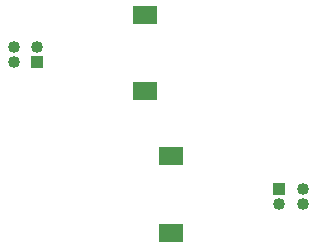
<source format=gbl>
G04*
G04 #@! TF.GenerationSoftware,Altium Limited,Altium Designer,22.8.2 (66)*
G04*
G04 Layer_Physical_Order=4*
G04 Layer_Color=16711680*
%FSLAX44Y44*%
%MOMM*%
G71*
G04*
G04 #@! TF.SameCoordinates,03C31CE9-7C2E-41FB-898D-559C101E88B0*
G04*
G04*
G04 #@! TF.FilePolarity,Positive*
G04*
G01*
G75*
%ADD12R,1.0200X1.0200*%
%ADD13C,1.0200*%
%ADD16R,2.0000X1.5000*%
D12*
X96500Y316560D02*
D03*
X301560Y209160D02*
D03*
D13*
X76500Y316560D02*
D03*
Y329560D02*
D03*
X96500D02*
D03*
X321560Y209160D02*
D03*
Y196160D02*
D03*
X301560D02*
D03*
D16*
X188060Y291563D02*
D03*
Y356563D02*
D03*
X210060Y171560D02*
D03*
Y236560D02*
D03*
M02*

</source>
